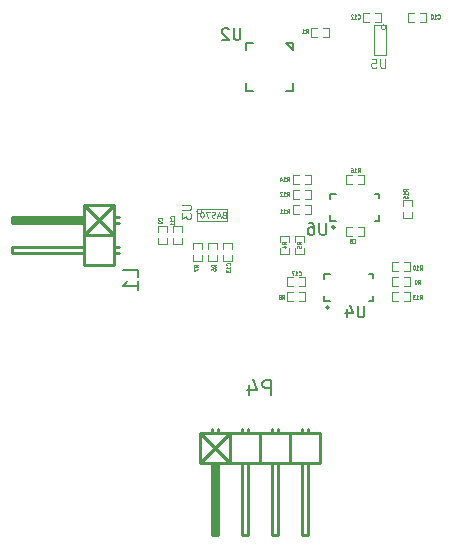
<source format=gbo>
%FSLAX34Y34*%
G04 Gerber Fmt 3.4, Leading zero omitted, Abs format*
G04 (created by PCBNEW (2014-04-07 BZR 4791)-product) date Tue 13 May 2014 05:19:37 PM CEST*
%MOIN*%
G01*
G70*
G90*
G04 APERTURE LIST*
%ADD10C,0.005906*%
%ADD11C,0.002800*%
%ADD12C,0.010000*%
%ADD13C,0.003100*%
%ADD14C,0.008000*%
%ADD15C,0.004700*%
%ADD16C,0.003900*%
G04 APERTURE END LIST*
G54D10*
G54D11*
X60011Y-34474D02*
X60211Y-34474D01*
X60211Y-34474D02*
X60211Y-34774D01*
X60211Y-34774D02*
X60011Y-34774D01*
X59811Y-34474D02*
X59611Y-34474D01*
X59611Y-34474D02*
X59611Y-34774D01*
X59611Y-34774D02*
X59811Y-34774D01*
X53350Y-34650D02*
X53350Y-34450D01*
X53350Y-34450D02*
X53650Y-34450D01*
X53650Y-34450D02*
X53650Y-34650D01*
X53350Y-34850D02*
X53350Y-35050D01*
X53350Y-35050D02*
X53650Y-35050D01*
X53650Y-35050D02*
X53650Y-34850D01*
X62100Y-27350D02*
X62300Y-27350D01*
X62300Y-27350D02*
X62300Y-27650D01*
X62300Y-27650D02*
X62100Y-27650D01*
X61900Y-27350D02*
X61700Y-27350D01*
X61700Y-27350D02*
X61700Y-27650D01*
X61700Y-27650D02*
X61900Y-27650D01*
X53850Y-34650D02*
X53850Y-34450D01*
X53850Y-34450D02*
X54150Y-34450D01*
X54150Y-34450D02*
X54150Y-34650D01*
X53850Y-34850D02*
X53850Y-35050D01*
X53850Y-35050D02*
X54150Y-35050D01*
X54150Y-35050D02*
X54150Y-34850D01*
X60400Y-27650D02*
X60200Y-27650D01*
X60200Y-27650D02*
X60200Y-27350D01*
X60200Y-27350D02*
X60400Y-27350D01*
X60600Y-27650D02*
X60800Y-27650D01*
X60800Y-27650D02*
X60800Y-27350D01*
X60800Y-27350D02*
X60600Y-27350D01*
X55523Y-35220D02*
X55523Y-35020D01*
X55523Y-35020D02*
X55823Y-35020D01*
X55823Y-35020D02*
X55823Y-35220D01*
X55523Y-35420D02*
X55523Y-35620D01*
X55523Y-35620D02*
X55823Y-35620D01*
X55823Y-35620D02*
X55823Y-35420D01*
X57864Y-36445D02*
X57664Y-36445D01*
X57664Y-36445D02*
X57664Y-36145D01*
X57664Y-36145D02*
X57864Y-36145D01*
X58064Y-36445D02*
X58264Y-36445D01*
X58264Y-36445D02*
X58264Y-36145D01*
X58264Y-36145D02*
X58064Y-36145D01*
G54D12*
X50900Y-34750D02*
X51900Y-33750D01*
X50900Y-33750D02*
X51900Y-34750D01*
X50850Y-34200D02*
X48550Y-34200D01*
X48550Y-34200D02*
X48550Y-34300D01*
X48550Y-34300D02*
X50850Y-34300D01*
X50850Y-34300D02*
X50850Y-34250D01*
X50850Y-34250D02*
X48550Y-34250D01*
X51900Y-34150D02*
X52050Y-34150D01*
X51900Y-34350D02*
X52050Y-34350D01*
X51900Y-35150D02*
X52050Y-35150D01*
X51900Y-35350D02*
X52050Y-35350D01*
X51900Y-33750D02*
X50900Y-33750D01*
X51900Y-34750D02*
X50900Y-34750D01*
X51900Y-34750D02*
X51900Y-35750D01*
X51900Y-35750D02*
X50900Y-35750D01*
X50900Y-35150D02*
X48500Y-35150D01*
X48500Y-35150D02*
X48500Y-35350D01*
X48500Y-35350D02*
X50900Y-35350D01*
X50900Y-35750D02*
X50900Y-34750D01*
X50900Y-34750D02*
X50900Y-33750D01*
X48500Y-34350D02*
X50900Y-34350D01*
X48500Y-34150D02*
X48500Y-34350D01*
X50900Y-34150D02*
X48500Y-34150D01*
X51900Y-34750D02*
X50900Y-34750D01*
X51900Y-33750D02*
X51900Y-34750D01*
X55750Y-42350D02*
X54750Y-41350D01*
X54750Y-42350D02*
X55750Y-41350D01*
X55200Y-42400D02*
X55200Y-44700D01*
X55200Y-44700D02*
X55300Y-44700D01*
X55300Y-44700D02*
X55300Y-42400D01*
X55300Y-42400D02*
X55250Y-42400D01*
X55250Y-42400D02*
X55250Y-44700D01*
X55150Y-41350D02*
X55150Y-41200D01*
X55350Y-41350D02*
X55350Y-41200D01*
X56150Y-41350D02*
X56150Y-41200D01*
X56350Y-41350D02*
X56350Y-41200D01*
X57150Y-41350D02*
X57150Y-41200D01*
X57350Y-41350D02*
X57350Y-41200D01*
X58350Y-41350D02*
X58350Y-41200D01*
X58150Y-41350D02*
X58150Y-41200D01*
X54750Y-41350D02*
X54750Y-42350D01*
X55750Y-41350D02*
X55750Y-42350D01*
X55750Y-41350D02*
X56750Y-41350D01*
X56750Y-41350D02*
X56750Y-42350D01*
X56150Y-42350D02*
X56150Y-44750D01*
X56150Y-44750D02*
X56350Y-44750D01*
X56350Y-44750D02*
X56350Y-42350D01*
X56750Y-42350D02*
X55750Y-42350D01*
X55750Y-42350D02*
X54750Y-42350D01*
X55350Y-44750D02*
X55350Y-42350D01*
X55150Y-44750D02*
X55350Y-44750D01*
X55150Y-42350D02*
X55150Y-44750D01*
X55750Y-41350D02*
X55750Y-42350D01*
X54750Y-41350D02*
X55750Y-41350D01*
X57750Y-41350D02*
X57750Y-42350D01*
X57750Y-41350D02*
X58750Y-41350D01*
X58750Y-41350D02*
X58750Y-42350D01*
X58150Y-42350D02*
X58150Y-44750D01*
X58150Y-44750D02*
X58350Y-44750D01*
X58350Y-44750D02*
X58350Y-42350D01*
X58750Y-42350D02*
X57750Y-42350D01*
X57750Y-42350D02*
X56750Y-42350D01*
X57350Y-44750D02*
X57350Y-42350D01*
X57150Y-44750D02*
X57350Y-44750D01*
X57150Y-42350D02*
X57150Y-44750D01*
X57750Y-41350D02*
X57750Y-42350D01*
X56750Y-41350D02*
X57750Y-41350D01*
X56750Y-41350D02*
X56750Y-42350D01*
G54D11*
X58850Y-27850D02*
X59050Y-27850D01*
X59050Y-27850D02*
X59050Y-28150D01*
X59050Y-28150D02*
X58850Y-28150D01*
X58650Y-27850D02*
X58450Y-27850D01*
X58450Y-27850D02*
X58450Y-28150D01*
X58450Y-28150D02*
X58650Y-28150D01*
X57426Y-34970D02*
X57426Y-34770D01*
X57426Y-34770D02*
X57726Y-34770D01*
X57726Y-34770D02*
X57726Y-34970D01*
X57426Y-35170D02*
X57426Y-35370D01*
X57426Y-35370D02*
X57726Y-35370D01*
X57726Y-35370D02*
X57726Y-35170D01*
X58226Y-35170D02*
X58226Y-35370D01*
X58226Y-35370D02*
X57926Y-35370D01*
X57926Y-35370D02*
X57926Y-35170D01*
X58226Y-34970D02*
X58226Y-34770D01*
X58226Y-34770D02*
X57926Y-34770D01*
X57926Y-34770D02*
X57926Y-34970D01*
X55023Y-35220D02*
X55023Y-35020D01*
X55023Y-35020D02*
X55323Y-35020D01*
X55323Y-35020D02*
X55323Y-35220D01*
X55023Y-35420D02*
X55023Y-35620D01*
X55023Y-35620D02*
X55323Y-35620D01*
X55323Y-35620D02*
X55323Y-35420D01*
X54823Y-35420D02*
X54823Y-35620D01*
X54823Y-35620D02*
X54523Y-35620D01*
X54523Y-35620D02*
X54523Y-35420D01*
X54823Y-35220D02*
X54823Y-35020D01*
X54823Y-35020D02*
X54523Y-35020D01*
X54523Y-35020D02*
X54523Y-35220D01*
X57864Y-36945D02*
X57664Y-36945D01*
X57664Y-36945D02*
X57664Y-36645D01*
X57664Y-36645D02*
X57864Y-36645D01*
X58064Y-36945D02*
X58264Y-36945D01*
X58264Y-36945D02*
X58264Y-36645D01*
X58264Y-36645D02*
X58064Y-36645D01*
X61364Y-36445D02*
X61164Y-36445D01*
X61164Y-36445D02*
X61164Y-36145D01*
X61164Y-36145D02*
X61364Y-36145D01*
X61564Y-36445D02*
X61764Y-36445D01*
X61764Y-36445D02*
X61764Y-36145D01*
X61764Y-36145D02*
X61564Y-36145D01*
X61364Y-35945D02*
X61164Y-35945D01*
X61164Y-35945D02*
X61164Y-35645D01*
X61164Y-35645D02*
X61364Y-35645D01*
X61564Y-35945D02*
X61764Y-35945D01*
X61764Y-35945D02*
X61764Y-35645D01*
X61764Y-35645D02*
X61564Y-35645D01*
X58261Y-33724D02*
X58461Y-33724D01*
X58461Y-33724D02*
X58461Y-34024D01*
X58461Y-34024D02*
X58261Y-34024D01*
X58061Y-33724D02*
X57861Y-33724D01*
X57861Y-33724D02*
X57861Y-34024D01*
X57861Y-34024D02*
X58061Y-34024D01*
X58061Y-33524D02*
X57861Y-33524D01*
X57861Y-33524D02*
X57861Y-33224D01*
X57861Y-33224D02*
X58061Y-33224D01*
X58261Y-33524D02*
X58461Y-33524D01*
X58461Y-33524D02*
X58461Y-33224D01*
X58461Y-33224D02*
X58261Y-33224D01*
X61364Y-36945D02*
X61164Y-36945D01*
X61164Y-36945D02*
X61164Y-36645D01*
X61164Y-36645D02*
X61364Y-36645D01*
X61564Y-36945D02*
X61764Y-36945D01*
X61764Y-36945D02*
X61764Y-36645D01*
X61764Y-36645D02*
X61564Y-36645D01*
X58261Y-32724D02*
X58461Y-32724D01*
X58461Y-32724D02*
X58461Y-33024D01*
X58461Y-33024D02*
X58261Y-33024D01*
X58061Y-32724D02*
X57861Y-32724D01*
X57861Y-32724D02*
X57861Y-33024D01*
X57861Y-33024D02*
X58061Y-33024D01*
X61811Y-33974D02*
X61811Y-34174D01*
X61811Y-34174D02*
X61511Y-34174D01*
X61511Y-34174D02*
X61511Y-33974D01*
X61811Y-33774D02*
X61811Y-33574D01*
X61811Y-33574D02*
X61511Y-33574D01*
X61511Y-33574D02*
X61511Y-33774D01*
X60011Y-32724D02*
X60211Y-32724D01*
X60211Y-32724D02*
X60211Y-33024D01*
X60211Y-33024D02*
X60011Y-33024D01*
X59811Y-32724D02*
X59611Y-32724D01*
X59611Y-32724D02*
X59611Y-33024D01*
X59611Y-33024D02*
X59811Y-33024D01*
G54D10*
X57874Y-28582D02*
X57637Y-28346D01*
X57637Y-29921D02*
X57874Y-29921D01*
X57874Y-29921D02*
X57874Y-29685D01*
X56299Y-29685D02*
X56299Y-29921D01*
X56299Y-29921D02*
X56535Y-29921D01*
X56535Y-28346D02*
X56299Y-28346D01*
X56299Y-28346D02*
X56299Y-28582D01*
X57637Y-28346D02*
X57874Y-28346D01*
X57874Y-28346D02*
X57874Y-28582D01*
G54D13*
X54809Y-33952D02*
G75*
G03X54809Y-33952I-79J0D01*
G74*
G01*
X55673Y-34270D02*
X55673Y-33870D01*
X54648Y-34270D02*
X54648Y-33870D01*
X55673Y-33870D02*
X54648Y-33870D01*
X54648Y-34270D02*
X55673Y-34270D01*
G54D10*
X59061Y-37149D02*
G75*
G03X59061Y-37149I-55J0D01*
G74*
G01*
X59084Y-36047D02*
X58887Y-36047D01*
X58887Y-36047D02*
X58887Y-36204D01*
X60541Y-36047D02*
X60383Y-36047D01*
X60541Y-36165D02*
X60541Y-36047D01*
X60383Y-36952D02*
X60541Y-36952D01*
X60541Y-36952D02*
X60541Y-36755D01*
X58887Y-36755D02*
X58887Y-36952D01*
X58887Y-36952D02*
X59084Y-36952D01*
G54D13*
X60947Y-27807D02*
G75*
G03X60947Y-27807I-79J0D01*
G74*
G01*
X60550Y-28750D02*
X60950Y-28750D01*
X60550Y-27725D02*
X60950Y-27725D01*
X60950Y-28750D02*
X60950Y-27725D01*
X60550Y-27725D02*
X60550Y-28750D01*
G54D10*
X59258Y-34478D02*
G75*
G03X59258Y-34478I-55J0D01*
G74*
G01*
X59281Y-33375D02*
X59084Y-33375D01*
X59084Y-33375D02*
X59084Y-33533D01*
X60738Y-33375D02*
X60580Y-33375D01*
X60738Y-33494D02*
X60738Y-33375D01*
X60580Y-34281D02*
X60738Y-34281D01*
X60738Y-34281D02*
X60738Y-34084D01*
X59084Y-34084D02*
X59084Y-34281D01*
X59084Y-34281D02*
X59281Y-34281D01*
G54D11*
X59862Y-34990D02*
X59868Y-34996D01*
X59885Y-35003D01*
X59896Y-35003D01*
X59913Y-34996D01*
X59925Y-34983D01*
X59931Y-34970D01*
X59936Y-34944D01*
X59936Y-34924D01*
X59931Y-34898D01*
X59925Y-34885D01*
X59913Y-34871D01*
X59896Y-34865D01*
X59885Y-34865D01*
X59868Y-34871D01*
X59862Y-34878D01*
X59793Y-34924D02*
X59805Y-34917D01*
X59811Y-34911D01*
X59816Y-34898D01*
X59816Y-34891D01*
X59811Y-34878D01*
X59805Y-34871D01*
X59793Y-34865D01*
X59771Y-34865D01*
X59759Y-34871D01*
X59753Y-34878D01*
X59748Y-34891D01*
X59748Y-34898D01*
X59753Y-34911D01*
X59759Y-34917D01*
X59771Y-34924D01*
X59793Y-34924D01*
X59805Y-34931D01*
X59811Y-34937D01*
X59816Y-34950D01*
X59816Y-34977D01*
X59811Y-34990D01*
X59805Y-34996D01*
X59793Y-35003D01*
X59771Y-35003D01*
X59759Y-34996D01*
X59753Y-34990D01*
X59748Y-34977D01*
X59748Y-34950D01*
X59753Y-34937D01*
X59759Y-34931D01*
X59771Y-34924D01*
X53494Y-34231D02*
X53500Y-34226D01*
X53507Y-34209D01*
X53507Y-34197D01*
X53500Y-34180D01*
X53487Y-34169D01*
X53474Y-34163D01*
X53448Y-34157D01*
X53428Y-34157D01*
X53402Y-34163D01*
X53389Y-34169D01*
X53375Y-34180D01*
X53369Y-34197D01*
X53369Y-34209D01*
X53375Y-34226D01*
X53382Y-34231D01*
X53507Y-34289D02*
X53507Y-34311D01*
X53500Y-34323D01*
X53494Y-34329D01*
X53474Y-34340D01*
X53448Y-34346D01*
X53395Y-34346D01*
X53382Y-34340D01*
X53375Y-34334D01*
X53369Y-34323D01*
X53369Y-34300D01*
X53375Y-34289D01*
X53382Y-34283D01*
X53395Y-34277D01*
X53428Y-34277D01*
X53441Y-34283D01*
X53448Y-34289D01*
X53454Y-34300D01*
X53454Y-34323D01*
X53448Y-34334D01*
X53441Y-34340D01*
X53428Y-34346D01*
X62675Y-27509D02*
X62681Y-27516D01*
X62698Y-27523D01*
X62709Y-27523D01*
X62726Y-27516D01*
X62738Y-27503D01*
X62744Y-27490D01*
X62749Y-27463D01*
X62749Y-27444D01*
X62744Y-27417D01*
X62738Y-27404D01*
X62726Y-27391D01*
X62709Y-27385D01*
X62698Y-27385D01*
X62681Y-27391D01*
X62675Y-27398D01*
X62561Y-27523D02*
X62629Y-27523D01*
X62595Y-27523D02*
X62595Y-27385D01*
X62606Y-27404D01*
X62618Y-27417D01*
X62629Y-27424D01*
X62486Y-27385D02*
X62475Y-27385D01*
X62464Y-27391D01*
X62458Y-27398D01*
X62452Y-27411D01*
X62446Y-27437D01*
X62446Y-27470D01*
X62452Y-27496D01*
X62458Y-27509D01*
X62464Y-27516D01*
X62475Y-27523D01*
X62486Y-27523D01*
X62498Y-27516D01*
X62504Y-27509D01*
X62509Y-27496D01*
X62515Y-27470D01*
X62515Y-27437D01*
X62509Y-27411D01*
X62504Y-27398D01*
X62498Y-27391D01*
X62486Y-27385D01*
X53887Y-34174D02*
X53894Y-34169D01*
X53901Y-34151D01*
X53901Y-34140D01*
X53894Y-34123D01*
X53881Y-34111D01*
X53868Y-34106D01*
X53841Y-34100D01*
X53822Y-34100D01*
X53795Y-34106D01*
X53782Y-34111D01*
X53769Y-34123D01*
X53763Y-34140D01*
X53763Y-34151D01*
X53769Y-34169D01*
X53776Y-34174D01*
X53901Y-34289D02*
X53901Y-34220D01*
X53901Y-34254D02*
X53763Y-34254D01*
X53782Y-34243D01*
X53795Y-34231D01*
X53802Y-34220D01*
X53901Y-34403D02*
X53901Y-34334D01*
X53901Y-34369D02*
X53763Y-34369D01*
X53782Y-34357D01*
X53795Y-34346D01*
X53802Y-34334D01*
X60018Y-27509D02*
X60023Y-27516D01*
X60040Y-27523D01*
X60052Y-27523D01*
X60069Y-27516D01*
X60080Y-27503D01*
X60086Y-27490D01*
X60092Y-27463D01*
X60092Y-27444D01*
X60086Y-27417D01*
X60080Y-27404D01*
X60069Y-27391D01*
X60052Y-27385D01*
X60040Y-27385D01*
X60023Y-27391D01*
X60018Y-27398D01*
X59903Y-27523D02*
X59972Y-27523D01*
X59938Y-27523D02*
X59938Y-27385D01*
X59949Y-27404D01*
X59960Y-27417D01*
X59972Y-27424D01*
X59858Y-27398D02*
X59852Y-27391D01*
X59840Y-27385D01*
X59812Y-27385D01*
X59800Y-27391D01*
X59795Y-27398D01*
X59789Y-27411D01*
X59789Y-27424D01*
X59795Y-27444D01*
X59863Y-27523D01*
X59789Y-27523D01*
X55757Y-35749D02*
X55764Y-35743D01*
X55771Y-35726D01*
X55771Y-35715D01*
X55764Y-35698D01*
X55751Y-35686D01*
X55738Y-35681D01*
X55711Y-35675D01*
X55692Y-35675D01*
X55665Y-35681D01*
X55652Y-35686D01*
X55639Y-35698D01*
X55633Y-35715D01*
X55633Y-35726D01*
X55639Y-35743D01*
X55646Y-35749D01*
X55771Y-35863D02*
X55771Y-35795D01*
X55771Y-35829D02*
X55633Y-35829D01*
X55652Y-35818D01*
X55665Y-35806D01*
X55672Y-35795D01*
X55633Y-35903D02*
X55633Y-35978D01*
X55685Y-35938D01*
X55685Y-35955D01*
X55692Y-35966D01*
X55698Y-35972D01*
X55711Y-35978D01*
X55744Y-35978D01*
X55757Y-35972D01*
X55764Y-35966D01*
X55771Y-35955D01*
X55771Y-35921D01*
X55764Y-35909D01*
X55757Y-35903D01*
X58049Y-36072D02*
X58055Y-36079D01*
X58072Y-36086D01*
X58083Y-36086D01*
X58101Y-36079D01*
X58112Y-36066D01*
X58118Y-36053D01*
X58123Y-36026D01*
X58123Y-36007D01*
X58118Y-35980D01*
X58112Y-35967D01*
X58101Y-35954D01*
X58083Y-35948D01*
X58072Y-35948D01*
X58055Y-35954D01*
X58049Y-35961D01*
X57935Y-36086D02*
X58003Y-36086D01*
X57969Y-36086D02*
X57969Y-35948D01*
X57981Y-35967D01*
X57992Y-35980D01*
X58003Y-35987D01*
X57895Y-35948D02*
X57815Y-35948D01*
X57866Y-36086D01*
G54D14*
X52686Y-36137D02*
X52686Y-35899D01*
X52186Y-35899D01*
X52686Y-36565D02*
X52686Y-36279D01*
X52686Y-36422D02*
X52186Y-36422D01*
X52258Y-36375D01*
X52305Y-36327D01*
X52329Y-36279D01*
X57119Y-40076D02*
X57119Y-39576D01*
X56928Y-39576D01*
X56880Y-39600D01*
X56857Y-39623D01*
X56833Y-39671D01*
X56833Y-39742D01*
X56857Y-39790D01*
X56880Y-39814D01*
X56928Y-39838D01*
X57119Y-39838D01*
X56404Y-39742D02*
X56404Y-40076D01*
X56523Y-39552D02*
X56642Y-39909D01*
X56333Y-39909D01*
G54D11*
X58287Y-28015D02*
X58327Y-27949D01*
X58356Y-28015D02*
X58356Y-27877D01*
X58310Y-27877D01*
X58299Y-27883D01*
X58293Y-27890D01*
X58287Y-27903D01*
X58287Y-27923D01*
X58293Y-27936D01*
X58299Y-27942D01*
X58310Y-27949D01*
X58356Y-27949D01*
X58173Y-28015D02*
X58242Y-28015D01*
X58207Y-28015D02*
X58207Y-27877D01*
X58219Y-27896D01*
X58230Y-27910D01*
X58242Y-27916D01*
X57639Y-35050D02*
X57573Y-35010D01*
X57639Y-34982D02*
X57501Y-34982D01*
X57501Y-35028D01*
X57507Y-35039D01*
X57514Y-35045D01*
X57527Y-35050D01*
X57547Y-35050D01*
X57560Y-35045D01*
X57566Y-35039D01*
X57573Y-35028D01*
X57573Y-34982D01*
X57547Y-35153D02*
X57639Y-35153D01*
X57494Y-35125D02*
X57593Y-35096D01*
X57593Y-35170D01*
X58139Y-35050D02*
X58073Y-35010D01*
X58139Y-34982D02*
X58001Y-34982D01*
X58001Y-35028D01*
X58007Y-35039D01*
X58014Y-35045D01*
X58027Y-35050D01*
X58047Y-35050D01*
X58060Y-35045D01*
X58066Y-35039D01*
X58073Y-35028D01*
X58073Y-34982D01*
X58001Y-35159D02*
X58001Y-35102D01*
X58066Y-35096D01*
X58060Y-35102D01*
X58053Y-35113D01*
X58053Y-35142D01*
X58060Y-35153D01*
X58066Y-35159D01*
X58080Y-35165D01*
X58112Y-35165D01*
X58126Y-35159D01*
X58132Y-35153D01*
X58139Y-35142D01*
X58139Y-35113D01*
X58132Y-35102D01*
X58126Y-35096D01*
X55278Y-35806D02*
X55213Y-35766D01*
X55278Y-35738D02*
X55140Y-35738D01*
X55140Y-35783D01*
X55147Y-35795D01*
X55154Y-35801D01*
X55167Y-35806D01*
X55186Y-35806D01*
X55200Y-35801D01*
X55206Y-35795D01*
X55213Y-35783D01*
X55213Y-35738D01*
X55140Y-35909D02*
X55140Y-35886D01*
X55147Y-35875D01*
X55154Y-35869D01*
X55173Y-35858D01*
X55200Y-35852D01*
X55252Y-35852D01*
X55265Y-35858D01*
X55272Y-35863D01*
X55278Y-35875D01*
X55278Y-35898D01*
X55272Y-35909D01*
X55265Y-35915D01*
X55252Y-35921D01*
X55219Y-35921D01*
X55206Y-35915D01*
X55200Y-35909D01*
X55193Y-35898D01*
X55193Y-35875D01*
X55200Y-35863D01*
X55206Y-35858D01*
X55219Y-35852D01*
X54688Y-35806D02*
X54622Y-35766D01*
X54688Y-35738D02*
X54550Y-35738D01*
X54550Y-35783D01*
X54556Y-35795D01*
X54563Y-35801D01*
X54576Y-35806D01*
X54596Y-35806D01*
X54609Y-35801D01*
X54616Y-35795D01*
X54622Y-35783D01*
X54622Y-35738D01*
X54550Y-35846D02*
X54550Y-35926D01*
X54688Y-35875D01*
X57500Y-36873D02*
X57540Y-36807D01*
X57568Y-36873D02*
X57568Y-36735D01*
X57523Y-36735D01*
X57511Y-36742D01*
X57506Y-36748D01*
X57500Y-36761D01*
X57500Y-36781D01*
X57506Y-36794D01*
X57511Y-36801D01*
X57523Y-36807D01*
X57568Y-36807D01*
X57431Y-36794D02*
X57443Y-36788D01*
X57448Y-36781D01*
X57454Y-36768D01*
X57454Y-36761D01*
X57448Y-36748D01*
X57443Y-36742D01*
X57431Y-36735D01*
X57408Y-36735D01*
X57397Y-36742D01*
X57391Y-36748D01*
X57386Y-36761D01*
X57386Y-36768D01*
X57391Y-36781D01*
X57397Y-36788D01*
X57408Y-36794D01*
X57431Y-36794D01*
X57443Y-36801D01*
X57448Y-36807D01*
X57454Y-36820D01*
X57454Y-36847D01*
X57448Y-36860D01*
X57443Y-36866D01*
X57431Y-36873D01*
X57408Y-36873D01*
X57397Y-36866D01*
X57391Y-36860D01*
X57386Y-36847D01*
X57386Y-36820D01*
X57391Y-36807D01*
X57397Y-36801D01*
X57408Y-36794D01*
X62027Y-36381D02*
X62067Y-36315D01*
X62096Y-36381D02*
X62096Y-36243D01*
X62050Y-36243D01*
X62039Y-36249D01*
X62033Y-36256D01*
X62027Y-36269D01*
X62027Y-36289D01*
X62033Y-36302D01*
X62039Y-36309D01*
X62050Y-36315D01*
X62096Y-36315D01*
X61970Y-36381D02*
X61947Y-36381D01*
X61936Y-36374D01*
X61930Y-36368D01*
X61919Y-36348D01*
X61913Y-36322D01*
X61913Y-36269D01*
X61919Y-36256D01*
X61925Y-36249D01*
X61936Y-36243D01*
X61959Y-36243D01*
X61970Y-36249D01*
X61976Y-36256D01*
X61982Y-36269D01*
X61982Y-36302D01*
X61976Y-36315D01*
X61970Y-36322D01*
X61959Y-36328D01*
X61936Y-36328D01*
X61925Y-36322D01*
X61919Y-36315D01*
X61913Y-36302D01*
X62085Y-35889D02*
X62125Y-35823D01*
X62153Y-35889D02*
X62153Y-35751D01*
X62107Y-35751D01*
X62096Y-35757D01*
X62090Y-35764D01*
X62085Y-35777D01*
X62085Y-35797D01*
X62090Y-35810D01*
X62096Y-35816D01*
X62107Y-35823D01*
X62153Y-35823D01*
X61970Y-35889D02*
X62039Y-35889D01*
X62005Y-35889D02*
X62005Y-35751D01*
X62016Y-35770D01*
X62027Y-35784D01*
X62039Y-35790D01*
X61896Y-35751D02*
X61885Y-35751D01*
X61873Y-35757D01*
X61867Y-35764D01*
X61862Y-35777D01*
X61856Y-35803D01*
X61856Y-35836D01*
X61862Y-35862D01*
X61867Y-35876D01*
X61873Y-35882D01*
X61885Y-35889D01*
X61896Y-35889D01*
X61907Y-35882D01*
X61913Y-35876D01*
X61919Y-35862D01*
X61925Y-35836D01*
X61925Y-35803D01*
X61919Y-35777D01*
X61913Y-35764D01*
X61907Y-35757D01*
X61896Y-35751D01*
X57655Y-34019D02*
X57695Y-33953D01*
X57724Y-34019D02*
X57724Y-33881D01*
X57678Y-33881D01*
X57667Y-33887D01*
X57661Y-33894D01*
X57655Y-33907D01*
X57655Y-33927D01*
X57661Y-33940D01*
X57667Y-33946D01*
X57678Y-33953D01*
X57724Y-33953D01*
X57541Y-34019D02*
X57610Y-34019D01*
X57575Y-34019D02*
X57575Y-33881D01*
X57587Y-33900D01*
X57598Y-33913D01*
X57610Y-33920D01*
X57427Y-34019D02*
X57495Y-34019D01*
X57461Y-34019D02*
X57461Y-33881D01*
X57473Y-33900D01*
X57484Y-33913D01*
X57495Y-33920D01*
X57655Y-33428D02*
X57695Y-33362D01*
X57724Y-33428D02*
X57724Y-33290D01*
X57678Y-33290D01*
X57667Y-33297D01*
X57661Y-33303D01*
X57655Y-33316D01*
X57655Y-33336D01*
X57661Y-33349D01*
X57667Y-33356D01*
X57678Y-33362D01*
X57724Y-33362D01*
X57541Y-33428D02*
X57610Y-33428D01*
X57575Y-33428D02*
X57575Y-33290D01*
X57587Y-33310D01*
X57598Y-33323D01*
X57610Y-33329D01*
X57495Y-33303D02*
X57490Y-33297D01*
X57478Y-33290D01*
X57450Y-33290D01*
X57438Y-33297D01*
X57433Y-33303D01*
X57427Y-33316D01*
X57427Y-33329D01*
X57433Y-33349D01*
X57501Y-33428D01*
X57427Y-33428D01*
X62085Y-36873D02*
X62125Y-36807D01*
X62153Y-36873D02*
X62153Y-36735D01*
X62107Y-36735D01*
X62096Y-36742D01*
X62090Y-36748D01*
X62085Y-36761D01*
X62085Y-36781D01*
X62090Y-36794D01*
X62096Y-36801D01*
X62107Y-36807D01*
X62153Y-36807D01*
X61970Y-36873D02*
X62039Y-36873D01*
X62005Y-36873D02*
X62005Y-36735D01*
X62016Y-36755D01*
X62027Y-36768D01*
X62039Y-36774D01*
X61930Y-36735D02*
X61856Y-36735D01*
X61896Y-36788D01*
X61879Y-36788D01*
X61867Y-36794D01*
X61862Y-36801D01*
X61856Y-36814D01*
X61856Y-36847D01*
X61862Y-36860D01*
X61867Y-36866D01*
X61879Y-36873D01*
X61913Y-36873D01*
X61925Y-36866D01*
X61930Y-36860D01*
X57655Y-32936D02*
X57695Y-32870D01*
X57724Y-32936D02*
X57724Y-32798D01*
X57678Y-32798D01*
X57667Y-32805D01*
X57661Y-32811D01*
X57655Y-32824D01*
X57655Y-32844D01*
X57661Y-32857D01*
X57667Y-32864D01*
X57678Y-32870D01*
X57724Y-32870D01*
X57541Y-32936D02*
X57610Y-32936D01*
X57575Y-32936D02*
X57575Y-32798D01*
X57587Y-32818D01*
X57598Y-32831D01*
X57610Y-32837D01*
X57438Y-32844D02*
X57438Y-32936D01*
X57467Y-32791D02*
X57495Y-32890D01*
X57421Y-32890D01*
X61676Y-33288D02*
X61610Y-33248D01*
X61676Y-33220D02*
X61538Y-33220D01*
X61538Y-33266D01*
X61545Y-33277D01*
X61551Y-33283D01*
X61564Y-33288D01*
X61584Y-33288D01*
X61597Y-33283D01*
X61604Y-33277D01*
X61610Y-33266D01*
X61610Y-33220D01*
X61676Y-33403D02*
X61676Y-33334D01*
X61676Y-33368D02*
X61538Y-33368D01*
X61558Y-33357D01*
X61571Y-33346D01*
X61578Y-33334D01*
X61538Y-33511D02*
X61538Y-33454D01*
X61604Y-33448D01*
X61597Y-33454D01*
X61591Y-33466D01*
X61591Y-33494D01*
X61597Y-33506D01*
X61604Y-33511D01*
X61617Y-33517D01*
X61650Y-33517D01*
X61663Y-33511D01*
X61670Y-33506D01*
X61676Y-33494D01*
X61676Y-33466D01*
X61670Y-33454D01*
X61663Y-33448D01*
X60018Y-32641D02*
X60058Y-32575D01*
X60086Y-32641D02*
X60086Y-32503D01*
X60040Y-32503D01*
X60029Y-32509D01*
X60023Y-32516D01*
X60018Y-32529D01*
X60018Y-32549D01*
X60023Y-32562D01*
X60029Y-32568D01*
X60040Y-32575D01*
X60086Y-32575D01*
X59903Y-32641D02*
X59972Y-32641D01*
X59938Y-32641D02*
X59938Y-32503D01*
X59949Y-32522D01*
X59960Y-32536D01*
X59972Y-32542D01*
X59800Y-32503D02*
X59823Y-32503D01*
X59835Y-32509D01*
X59840Y-32516D01*
X59852Y-32536D01*
X59858Y-32562D01*
X59858Y-32614D01*
X59852Y-32628D01*
X59846Y-32634D01*
X59835Y-32641D01*
X59812Y-32641D01*
X59800Y-32634D01*
X59795Y-32628D01*
X59789Y-32614D01*
X59789Y-32582D01*
X59795Y-32568D01*
X59800Y-32562D01*
X59812Y-32555D01*
X59835Y-32555D01*
X59846Y-32562D01*
X59852Y-32568D01*
X59858Y-32582D01*
G54D10*
X56107Y-27835D02*
X56107Y-28154D01*
X56088Y-28191D01*
X56069Y-28210D01*
X56032Y-28229D01*
X55957Y-28229D01*
X55919Y-28210D01*
X55900Y-28191D01*
X55882Y-28154D01*
X55882Y-27835D01*
X55713Y-27873D02*
X55694Y-27854D01*
X55657Y-27835D01*
X55563Y-27835D01*
X55525Y-27854D01*
X55507Y-27873D01*
X55488Y-27910D01*
X55488Y-27948D01*
X55507Y-28004D01*
X55732Y-28229D01*
X55488Y-28229D01*
G54D15*
X54166Y-33728D02*
X54409Y-33728D01*
X54437Y-33742D01*
X54452Y-33756D01*
X54466Y-33785D01*
X54466Y-33842D01*
X54452Y-33870D01*
X54437Y-33885D01*
X54409Y-33899D01*
X54166Y-33899D01*
X54166Y-34013D02*
X54166Y-34199D01*
X54280Y-34099D01*
X54280Y-34142D01*
X54294Y-34170D01*
X54309Y-34185D01*
X54337Y-34199D01*
X54409Y-34199D01*
X54437Y-34185D01*
X54452Y-34170D01*
X54466Y-34142D01*
X54466Y-34056D01*
X54452Y-34028D01*
X54437Y-34013D01*
G54D16*
X55550Y-34056D02*
X55521Y-34066D01*
X55512Y-34075D01*
X55503Y-34094D01*
X55503Y-34122D01*
X55512Y-34141D01*
X55521Y-34150D01*
X55540Y-34159D01*
X55615Y-34159D01*
X55615Y-33962D01*
X55550Y-33962D01*
X55531Y-33972D01*
X55521Y-33981D01*
X55512Y-34000D01*
X55512Y-34019D01*
X55521Y-34038D01*
X55531Y-34047D01*
X55550Y-34056D01*
X55615Y-34056D01*
X55428Y-34103D02*
X55334Y-34103D01*
X55446Y-34159D02*
X55381Y-33962D01*
X55315Y-34159D01*
X55259Y-34150D02*
X55231Y-34159D01*
X55184Y-34159D01*
X55165Y-34150D01*
X55156Y-34141D01*
X55146Y-34122D01*
X55146Y-34103D01*
X55156Y-34084D01*
X55165Y-34075D01*
X55184Y-34066D01*
X55221Y-34056D01*
X55240Y-34047D01*
X55249Y-34038D01*
X55259Y-34019D01*
X55259Y-34000D01*
X55249Y-33981D01*
X55240Y-33972D01*
X55221Y-33962D01*
X55174Y-33962D01*
X55146Y-33972D01*
X55080Y-33962D02*
X54949Y-33962D01*
X55034Y-34159D01*
X54837Y-33962D02*
X54818Y-33962D01*
X54799Y-33972D01*
X54790Y-33981D01*
X54780Y-34000D01*
X54771Y-34038D01*
X54771Y-34084D01*
X54780Y-34122D01*
X54790Y-34141D01*
X54799Y-34150D01*
X54818Y-34159D01*
X54837Y-34159D01*
X54855Y-34150D01*
X54865Y-34141D01*
X54874Y-34122D01*
X54883Y-34084D01*
X54883Y-34038D01*
X54874Y-34000D01*
X54865Y-33981D01*
X54855Y-33972D01*
X54837Y-33962D01*
G54D10*
X60240Y-37087D02*
X60240Y-37406D01*
X60222Y-37443D01*
X60203Y-37462D01*
X60165Y-37481D01*
X60090Y-37481D01*
X60053Y-37462D01*
X60034Y-37443D01*
X60015Y-37406D01*
X60015Y-37087D01*
X59659Y-37218D02*
X59659Y-37481D01*
X59753Y-37068D02*
X59847Y-37350D01*
X59603Y-37350D01*
G54D15*
X60939Y-28872D02*
X60939Y-29115D01*
X60925Y-29144D01*
X60911Y-29158D01*
X60882Y-29172D01*
X60825Y-29172D01*
X60796Y-29158D01*
X60782Y-29144D01*
X60768Y-29115D01*
X60768Y-28872D01*
X60482Y-28872D02*
X60625Y-28872D01*
X60639Y-29015D01*
X60625Y-29001D01*
X60596Y-28987D01*
X60525Y-28987D01*
X60496Y-29001D01*
X60482Y-29015D01*
X60468Y-29044D01*
X60468Y-29115D01*
X60482Y-29144D01*
X60496Y-29158D01*
X60525Y-29172D01*
X60596Y-29172D01*
X60625Y-29158D01*
X60639Y-29144D01*
G54D16*
G54D10*
X58961Y-34331D02*
X58961Y-34650D01*
X58942Y-34687D01*
X58923Y-34706D01*
X58886Y-34725D01*
X58811Y-34725D01*
X58773Y-34706D01*
X58755Y-34687D01*
X58736Y-34650D01*
X58736Y-34331D01*
X58380Y-34331D02*
X58455Y-34331D01*
X58492Y-34350D01*
X58511Y-34369D01*
X58548Y-34425D01*
X58567Y-34500D01*
X58567Y-34650D01*
X58548Y-34687D01*
X58530Y-34706D01*
X58492Y-34725D01*
X58417Y-34725D01*
X58380Y-34706D01*
X58361Y-34687D01*
X58342Y-34650D01*
X58342Y-34556D01*
X58361Y-34519D01*
X58380Y-34500D01*
X58417Y-34481D01*
X58492Y-34481D01*
X58530Y-34500D01*
X58548Y-34519D01*
X58567Y-34556D01*
M02*

</source>
